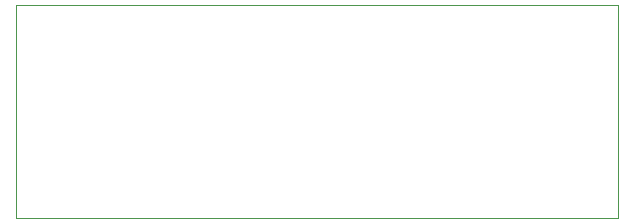
<source format=gbr>
G04 #@! TF.GenerationSoftware,KiCad,Pcbnew,7.0.2.1-36-g582732918d-dirty-deb11*
G04 #@! TF.CreationDate,2023-06-01T11:29:00+00:00*
G04 #@! TF.ProjectId,AbcStop,41626353-746f-4702-9e6b-696361645f70,0.0.1*
G04 #@! TF.SameCoordinates,Original*
G04 #@! TF.FileFunction,Profile,NP*
%FSLAX46Y46*%
G04 Gerber Fmt 4.6, Leading zero omitted, Abs format (unit mm)*
G04 Created by KiCad (PCBNEW 7.0.2.1-36-g582732918d-dirty-deb11) date 2023-06-01 11:29:00*
%MOMM*%
%LPD*%
G01*
G04 APERTURE LIST*
G04 #@! TA.AperFunction,Profile*
%ADD10C,0.100000*%
G04 #@! TD*
G04 APERTURE END LIST*
D10*
X58000000Y-55000000D02*
X109000000Y-55000000D01*
X109000000Y-73000000D01*
X58000000Y-73000000D01*
X58000000Y-55000000D01*
M02*

</source>
